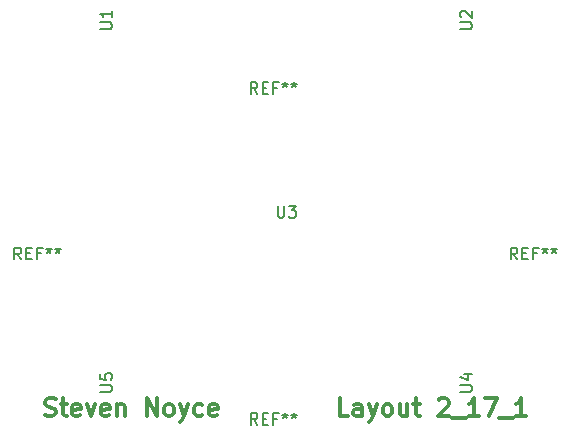
<source format=gbr>
G04 #@! TF.FileFunction,Legend,Top*
%FSLAX46Y46*%
G04 Gerber Fmt 4.6, Leading zero omitted, Abs format (unit mm)*
G04 Created by KiCad (PCBNEW 4.0.5) date Monday, February 26, 2018 'PMt' 04:13:09 PM*
%MOMM*%
%LPD*%
G01*
G04 APERTURE LIST*
%ADD10C,0.100000*%
%ADD11C,0.300000*%
%ADD12C,0.150000*%
G04 APERTURE END LIST*
D10*
D11*
X156357144Y-123178571D02*
X155642858Y-123178571D01*
X155642858Y-121678571D01*
X157500001Y-123178571D02*
X157500001Y-122392857D01*
X157428572Y-122250000D01*
X157285715Y-122178571D01*
X157000001Y-122178571D01*
X156857144Y-122250000D01*
X157500001Y-123107143D02*
X157357144Y-123178571D01*
X157000001Y-123178571D01*
X156857144Y-123107143D01*
X156785715Y-122964286D01*
X156785715Y-122821429D01*
X156857144Y-122678571D01*
X157000001Y-122607143D01*
X157357144Y-122607143D01*
X157500001Y-122535714D01*
X158071430Y-122178571D02*
X158428573Y-123178571D01*
X158785715Y-122178571D02*
X158428573Y-123178571D01*
X158285715Y-123535714D01*
X158214287Y-123607143D01*
X158071430Y-123678571D01*
X159571430Y-123178571D02*
X159428572Y-123107143D01*
X159357144Y-123035714D01*
X159285715Y-122892857D01*
X159285715Y-122464286D01*
X159357144Y-122321429D01*
X159428572Y-122250000D01*
X159571430Y-122178571D01*
X159785715Y-122178571D01*
X159928572Y-122250000D01*
X160000001Y-122321429D01*
X160071430Y-122464286D01*
X160071430Y-122892857D01*
X160000001Y-123035714D01*
X159928572Y-123107143D01*
X159785715Y-123178571D01*
X159571430Y-123178571D01*
X161357144Y-122178571D02*
X161357144Y-123178571D01*
X160714287Y-122178571D02*
X160714287Y-122964286D01*
X160785715Y-123107143D01*
X160928573Y-123178571D01*
X161142858Y-123178571D01*
X161285715Y-123107143D01*
X161357144Y-123035714D01*
X161857144Y-122178571D02*
X162428573Y-122178571D01*
X162071430Y-121678571D02*
X162071430Y-122964286D01*
X162142858Y-123107143D01*
X162285716Y-123178571D01*
X162428573Y-123178571D01*
X164000001Y-121821429D02*
X164071430Y-121750000D01*
X164214287Y-121678571D01*
X164571430Y-121678571D01*
X164714287Y-121750000D01*
X164785716Y-121821429D01*
X164857144Y-121964286D01*
X164857144Y-122107143D01*
X164785716Y-122321429D01*
X163928573Y-123178571D01*
X164857144Y-123178571D01*
X165142858Y-123321429D02*
X166285715Y-123321429D01*
X167428572Y-123178571D02*
X166571429Y-123178571D01*
X167000001Y-123178571D02*
X167000001Y-121678571D01*
X166857144Y-121892857D01*
X166714286Y-122035714D01*
X166571429Y-122107143D01*
X167928572Y-121678571D02*
X168928572Y-121678571D01*
X168285715Y-123178571D01*
X169142857Y-123321429D02*
X170285714Y-123321429D01*
X171428571Y-123178571D02*
X170571428Y-123178571D01*
X171000000Y-123178571D02*
X171000000Y-121678571D01*
X170857143Y-121892857D01*
X170714285Y-122035714D01*
X170571428Y-122107143D01*
X130714286Y-123107143D02*
X130928572Y-123178571D01*
X131285715Y-123178571D01*
X131428572Y-123107143D01*
X131500001Y-123035714D01*
X131571429Y-122892857D01*
X131571429Y-122750000D01*
X131500001Y-122607143D01*
X131428572Y-122535714D01*
X131285715Y-122464286D01*
X131000001Y-122392857D01*
X130857143Y-122321429D01*
X130785715Y-122250000D01*
X130714286Y-122107143D01*
X130714286Y-121964286D01*
X130785715Y-121821429D01*
X130857143Y-121750000D01*
X131000001Y-121678571D01*
X131357143Y-121678571D01*
X131571429Y-121750000D01*
X132000000Y-122178571D02*
X132571429Y-122178571D01*
X132214286Y-121678571D02*
X132214286Y-122964286D01*
X132285714Y-123107143D01*
X132428572Y-123178571D01*
X132571429Y-123178571D01*
X133642857Y-123107143D02*
X133500000Y-123178571D01*
X133214286Y-123178571D01*
X133071429Y-123107143D01*
X133000000Y-122964286D01*
X133000000Y-122392857D01*
X133071429Y-122250000D01*
X133214286Y-122178571D01*
X133500000Y-122178571D01*
X133642857Y-122250000D01*
X133714286Y-122392857D01*
X133714286Y-122535714D01*
X133000000Y-122678571D01*
X134214286Y-122178571D02*
X134571429Y-123178571D01*
X134928571Y-122178571D01*
X136071428Y-123107143D02*
X135928571Y-123178571D01*
X135642857Y-123178571D01*
X135500000Y-123107143D01*
X135428571Y-122964286D01*
X135428571Y-122392857D01*
X135500000Y-122250000D01*
X135642857Y-122178571D01*
X135928571Y-122178571D01*
X136071428Y-122250000D01*
X136142857Y-122392857D01*
X136142857Y-122535714D01*
X135428571Y-122678571D01*
X136785714Y-122178571D02*
X136785714Y-123178571D01*
X136785714Y-122321429D02*
X136857142Y-122250000D01*
X137000000Y-122178571D01*
X137214285Y-122178571D01*
X137357142Y-122250000D01*
X137428571Y-122392857D01*
X137428571Y-123178571D01*
X139285714Y-123178571D02*
X139285714Y-121678571D01*
X140142857Y-123178571D01*
X140142857Y-121678571D01*
X141071429Y-123178571D02*
X140928571Y-123107143D01*
X140857143Y-123035714D01*
X140785714Y-122892857D01*
X140785714Y-122464286D01*
X140857143Y-122321429D01*
X140928571Y-122250000D01*
X141071429Y-122178571D01*
X141285714Y-122178571D01*
X141428571Y-122250000D01*
X141500000Y-122321429D01*
X141571429Y-122464286D01*
X141571429Y-122892857D01*
X141500000Y-123035714D01*
X141428571Y-123107143D01*
X141285714Y-123178571D01*
X141071429Y-123178571D01*
X142071429Y-122178571D02*
X142428572Y-123178571D01*
X142785714Y-122178571D02*
X142428572Y-123178571D01*
X142285714Y-123535714D01*
X142214286Y-123607143D01*
X142071429Y-123678571D01*
X144000000Y-123107143D02*
X143857143Y-123178571D01*
X143571429Y-123178571D01*
X143428571Y-123107143D01*
X143357143Y-123035714D01*
X143285714Y-122892857D01*
X143285714Y-122464286D01*
X143357143Y-122321429D01*
X143428571Y-122250000D01*
X143571429Y-122178571D01*
X143857143Y-122178571D01*
X144000000Y-122250000D01*
X145214285Y-123107143D02*
X145071428Y-123178571D01*
X144785714Y-123178571D01*
X144642857Y-123107143D01*
X144571428Y-122964286D01*
X144571428Y-122392857D01*
X144642857Y-122250000D01*
X144785714Y-122178571D01*
X145071428Y-122178571D01*
X145214285Y-122250000D01*
X145285714Y-122392857D01*
X145285714Y-122535714D01*
X144571428Y-122678571D01*
D12*
X135342381Y-90411905D02*
X136151905Y-90411905D01*
X136247143Y-90364286D01*
X136294762Y-90316667D01*
X136342381Y-90221429D01*
X136342381Y-90030952D01*
X136294762Y-89935714D01*
X136247143Y-89888095D01*
X136151905Y-89840476D01*
X135342381Y-89840476D01*
X136342381Y-88840476D02*
X136342381Y-89411905D01*
X136342381Y-89126191D02*
X135342381Y-89126191D01*
X135485238Y-89221429D01*
X135580476Y-89316667D01*
X135628095Y-89411905D01*
X165822381Y-90411905D02*
X166631905Y-90411905D01*
X166727143Y-90364286D01*
X166774762Y-90316667D01*
X166822381Y-90221429D01*
X166822381Y-90030952D01*
X166774762Y-89935714D01*
X166727143Y-89888095D01*
X166631905Y-89840476D01*
X165822381Y-89840476D01*
X165917619Y-89411905D02*
X165870000Y-89364286D01*
X165822381Y-89269048D01*
X165822381Y-89030952D01*
X165870000Y-88935714D01*
X165917619Y-88888095D01*
X166012857Y-88840476D01*
X166108095Y-88840476D01*
X166250952Y-88888095D01*
X166822381Y-89459524D01*
X166822381Y-88840476D01*
X165822381Y-121111905D02*
X166631905Y-121111905D01*
X166727143Y-121064286D01*
X166774762Y-121016667D01*
X166822381Y-120921429D01*
X166822381Y-120730952D01*
X166774762Y-120635714D01*
X166727143Y-120588095D01*
X166631905Y-120540476D01*
X165822381Y-120540476D01*
X166155714Y-119635714D02*
X166822381Y-119635714D01*
X165774762Y-119873810D02*
X166489048Y-120111905D01*
X166489048Y-119492857D01*
X135342381Y-121111905D02*
X136151905Y-121111905D01*
X136247143Y-121064286D01*
X136294762Y-121016667D01*
X136342381Y-120921429D01*
X136342381Y-120730952D01*
X136294762Y-120635714D01*
X136247143Y-120588095D01*
X136151905Y-120540476D01*
X135342381Y-120540476D01*
X135342381Y-119588095D02*
X135342381Y-120064286D01*
X135818571Y-120111905D01*
X135770952Y-120064286D01*
X135723333Y-119969048D01*
X135723333Y-119730952D01*
X135770952Y-119635714D01*
X135818571Y-119588095D01*
X135913810Y-119540476D01*
X136151905Y-119540476D01*
X136247143Y-119588095D01*
X136294762Y-119635714D01*
X136342381Y-119730952D01*
X136342381Y-119969048D01*
X136294762Y-120064286D01*
X136247143Y-120111905D01*
X148666667Y-95902381D02*
X148333333Y-95426190D01*
X148095238Y-95902381D02*
X148095238Y-94902381D01*
X148476191Y-94902381D01*
X148571429Y-94950000D01*
X148619048Y-94997619D01*
X148666667Y-95092857D01*
X148666667Y-95235714D01*
X148619048Y-95330952D01*
X148571429Y-95378571D01*
X148476191Y-95426190D01*
X148095238Y-95426190D01*
X149095238Y-95378571D02*
X149428572Y-95378571D01*
X149571429Y-95902381D02*
X149095238Y-95902381D01*
X149095238Y-94902381D01*
X149571429Y-94902381D01*
X150333334Y-95378571D02*
X150000000Y-95378571D01*
X150000000Y-95902381D02*
X150000000Y-94902381D01*
X150476191Y-94902381D01*
X151000000Y-94902381D02*
X151000000Y-95140476D01*
X150761905Y-95045238D02*
X151000000Y-95140476D01*
X151238096Y-95045238D01*
X150857143Y-95330952D02*
X151000000Y-95140476D01*
X151142858Y-95330952D01*
X151761905Y-94902381D02*
X151761905Y-95140476D01*
X151523810Y-95045238D02*
X151761905Y-95140476D01*
X152000001Y-95045238D01*
X151619048Y-95330952D02*
X151761905Y-95140476D01*
X151904763Y-95330952D01*
X148666667Y-123902381D02*
X148333333Y-123426190D01*
X148095238Y-123902381D02*
X148095238Y-122902381D01*
X148476191Y-122902381D01*
X148571429Y-122950000D01*
X148619048Y-122997619D01*
X148666667Y-123092857D01*
X148666667Y-123235714D01*
X148619048Y-123330952D01*
X148571429Y-123378571D01*
X148476191Y-123426190D01*
X148095238Y-123426190D01*
X149095238Y-123378571D02*
X149428572Y-123378571D01*
X149571429Y-123902381D02*
X149095238Y-123902381D01*
X149095238Y-122902381D01*
X149571429Y-122902381D01*
X150333334Y-123378571D02*
X150000000Y-123378571D01*
X150000000Y-123902381D02*
X150000000Y-122902381D01*
X150476191Y-122902381D01*
X151000000Y-122902381D02*
X151000000Y-123140476D01*
X150761905Y-123045238D02*
X151000000Y-123140476D01*
X151238096Y-123045238D01*
X150857143Y-123330952D02*
X151000000Y-123140476D01*
X151142858Y-123330952D01*
X151761905Y-122902381D02*
X151761905Y-123140476D01*
X151523810Y-123045238D02*
X151761905Y-123140476D01*
X152000001Y-123045238D01*
X151619048Y-123330952D02*
X151761905Y-123140476D01*
X151904763Y-123330952D01*
X170666667Y-109902381D02*
X170333333Y-109426190D01*
X170095238Y-109902381D02*
X170095238Y-108902381D01*
X170476191Y-108902381D01*
X170571429Y-108950000D01*
X170619048Y-108997619D01*
X170666667Y-109092857D01*
X170666667Y-109235714D01*
X170619048Y-109330952D01*
X170571429Y-109378571D01*
X170476191Y-109426190D01*
X170095238Y-109426190D01*
X171095238Y-109378571D02*
X171428572Y-109378571D01*
X171571429Y-109902381D02*
X171095238Y-109902381D01*
X171095238Y-108902381D01*
X171571429Y-108902381D01*
X172333334Y-109378571D02*
X172000000Y-109378571D01*
X172000000Y-109902381D02*
X172000000Y-108902381D01*
X172476191Y-108902381D01*
X173000000Y-108902381D02*
X173000000Y-109140476D01*
X172761905Y-109045238D02*
X173000000Y-109140476D01*
X173238096Y-109045238D01*
X172857143Y-109330952D02*
X173000000Y-109140476D01*
X173142858Y-109330952D01*
X173761905Y-108902381D02*
X173761905Y-109140476D01*
X173523810Y-109045238D02*
X173761905Y-109140476D01*
X174000001Y-109045238D01*
X173619048Y-109330952D02*
X173761905Y-109140476D01*
X173904763Y-109330952D01*
X128666667Y-109902381D02*
X128333333Y-109426190D01*
X128095238Y-109902381D02*
X128095238Y-108902381D01*
X128476191Y-108902381D01*
X128571429Y-108950000D01*
X128619048Y-108997619D01*
X128666667Y-109092857D01*
X128666667Y-109235714D01*
X128619048Y-109330952D01*
X128571429Y-109378571D01*
X128476191Y-109426190D01*
X128095238Y-109426190D01*
X129095238Y-109378571D02*
X129428572Y-109378571D01*
X129571429Y-109902381D02*
X129095238Y-109902381D01*
X129095238Y-108902381D01*
X129571429Y-108902381D01*
X130333334Y-109378571D02*
X130000000Y-109378571D01*
X130000000Y-109902381D02*
X130000000Y-108902381D01*
X130476191Y-108902381D01*
X131000000Y-108902381D02*
X131000000Y-109140476D01*
X130761905Y-109045238D02*
X131000000Y-109140476D01*
X131238096Y-109045238D01*
X130857143Y-109330952D02*
X131000000Y-109140476D01*
X131142858Y-109330952D01*
X131761905Y-108902381D02*
X131761905Y-109140476D01*
X131523810Y-109045238D02*
X131761905Y-109140476D01*
X132000001Y-109045238D01*
X131619048Y-109330952D02*
X131761905Y-109140476D01*
X131904763Y-109330952D01*
X150368095Y-105362381D02*
X150368095Y-106171905D01*
X150415714Y-106267143D01*
X150463333Y-106314762D01*
X150558571Y-106362381D01*
X150749048Y-106362381D01*
X150844286Y-106314762D01*
X150891905Y-106267143D01*
X150939524Y-106171905D01*
X150939524Y-105362381D01*
X151320476Y-105362381D02*
X151939524Y-105362381D01*
X151606190Y-105743333D01*
X151749048Y-105743333D01*
X151844286Y-105790952D01*
X151891905Y-105838571D01*
X151939524Y-105933810D01*
X151939524Y-106171905D01*
X151891905Y-106267143D01*
X151844286Y-106314762D01*
X151749048Y-106362381D01*
X151463333Y-106362381D01*
X151368095Y-106314762D01*
X151320476Y-106267143D01*
M02*

</source>
